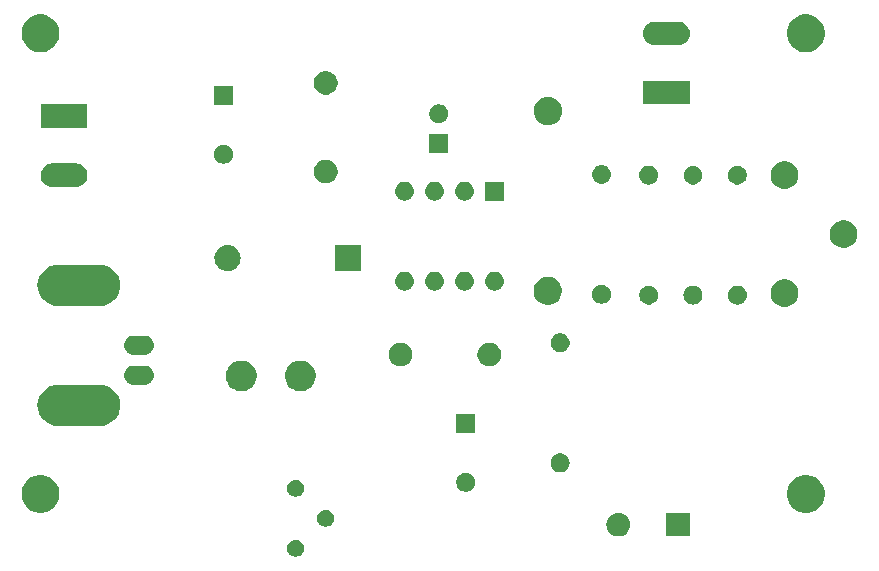
<source format=gbr>
G04 #@! TF.GenerationSoftware,KiCad,Pcbnew,5.0.2-bee76a0~70~ubuntu18.04.1*
G04 #@! TF.CreationDate,2019-07-19T14:17:51+01:00*
G04 #@! TF.ProjectId,led_driver,6c65645f-6472-4697-9665-722e6b696361,rev?*
G04 #@! TF.SameCoordinates,Original*
G04 #@! TF.FileFunction,Soldermask,Bot*
G04 #@! TF.FilePolarity,Negative*
%FSLAX46Y46*%
G04 Gerber Fmt 4.6, Leading zero omitted, Abs format (unit mm)*
G04 Created by KiCad (PCBNEW 5.0.2-bee76a0~70~ubuntu18.04.1) date Fri 19 Jul 2019 14:17:51 BST*
%MOMM*%
%LPD*%
G01*
G04 APERTURE LIST*
G04 #@! TA.AperFunction,NonConductor*
%ADD10C,0.100000*%
G04 #@! TD*
G04 APERTURE END LIST*
D10*
G36*
X112810015Y-100907668D02*
X112941049Y-100961944D01*
X113058975Y-101040740D01*
X113159260Y-101141025D01*
X113238056Y-101258951D01*
X113292332Y-101389985D01*
X113320000Y-101529085D01*
X113320000Y-101670915D01*
X113292332Y-101810015D01*
X113238056Y-101941049D01*
X113159260Y-102058975D01*
X113058975Y-102159260D01*
X112941049Y-102238056D01*
X112810015Y-102292332D01*
X112670915Y-102320000D01*
X112529085Y-102320000D01*
X112389985Y-102292332D01*
X112258951Y-102238056D01*
X112141025Y-102159260D01*
X112040740Y-102058975D01*
X111961944Y-101941049D01*
X111907668Y-101810015D01*
X111880000Y-101670915D01*
X111880000Y-101529085D01*
X111907668Y-101389985D01*
X111961944Y-101258951D01*
X112040740Y-101141025D01*
X112141025Y-101040740D01*
X112258951Y-100961944D01*
X112389985Y-100907668D01*
X112529085Y-100880000D01*
X112670915Y-100880000D01*
X112810015Y-100907668D01*
X112810015Y-100907668D01*
G37*
G36*
X146000000Y-100600000D02*
X144000000Y-100600000D01*
X144000000Y-98600000D01*
X146000000Y-98600000D01*
X146000000Y-100600000D01*
X146000000Y-100600000D01*
G37*
G36*
X140116030Y-98614469D02*
X140116033Y-98614470D01*
X140116034Y-98614470D01*
X140304535Y-98671651D01*
X140304537Y-98671652D01*
X140478260Y-98764509D01*
X140630528Y-98889472D01*
X140755491Y-99041740D01*
X140803156Y-99130915D01*
X140848349Y-99215465D01*
X140904645Y-99401048D01*
X140905531Y-99403970D01*
X140924838Y-99600000D01*
X140905531Y-99796030D01*
X140848348Y-99984537D01*
X140755491Y-100158260D01*
X140630528Y-100310528D01*
X140478260Y-100435491D01*
X140478258Y-100435492D01*
X140304535Y-100528349D01*
X140116034Y-100585530D01*
X140116033Y-100585530D01*
X140116030Y-100585531D01*
X139969124Y-100600000D01*
X139870876Y-100600000D01*
X139723970Y-100585531D01*
X139723967Y-100585530D01*
X139723966Y-100585530D01*
X139535465Y-100528349D01*
X139361742Y-100435492D01*
X139361740Y-100435491D01*
X139209472Y-100310528D01*
X139084509Y-100158260D01*
X138991652Y-99984537D01*
X138934469Y-99796030D01*
X138915162Y-99600000D01*
X138934469Y-99403970D01*
X138935355Y-99401048D01*
X138991651Y-99215465D01*
X139036844Y-99130915D01*
X139084509Y-99041740D01*
X139209472Y-98889472D01*
X139361740Y-98764509D01*
X139535463Y-98671652D01*
X139535465Y-98671651D01*
X139723966Y-98614470D01*
X139723967Y-98614470D01*
X139723970Y-98614469D01*
X139870876Y-98600000D01*
X139969124Y-98600000D01*
X140116030Y-98614469D01*
X140116030Y-98614469D01*
G37*
G36*
X115350015Y-98367668D02*
X115481049Y-98421944D01*
X115598975Y-98500740D01*
X115699260Y-98601025D01*
X115778056Y-98718951D01*
X115832332Y-98849985D01*
X115860000Y-98989085D01*
X115860000Y-99130915D01*
X115832332Y-99270015D01*
X115778056Y-99401049D01*
X115699260Y-99518975D01*
X115598975Y-99619260D01*
X115481049Y-99698056D01*
X115350015Y-99752332D01*
X115210915Y-99780000D01*
X115069085Y-99780000D01*
X114929985Y-99752332D01*
X114798951Y-99698056D01*
X114681025Y-99619260D01*
X114580740Y-99518975D01*
X114501944Y-99401049D01*
X114447668Y-99270015D01*
X114420000Y-99130915D01*
X114420000Y-98989085D01*
X114447668Y-98849985D01*
X114501944Y-98718951D01*
X114580740Y-98601025D01*
X114681025Y-98500740D01*
X114798951Y-98421944D01*
X114929985Y-98367668D01*
X115069085Y-98340000D01*
X115210915Y-98340000D01*
X115350015Y-98367668D01*
X115350015Y-98367668D01*
G37*
G36*
X91466703Y-95461486D02*
X91757883Y-95582097D01*
X92019944Y-95757201D01*
X92242799Y-95980056D01*
X92417903Y-96242117D01*
X92538514Y-96533297D01*
X92600000Y-96842412D01*
X92600000Y-97157588D01*
X92538514Y-97466703D01*
X92417903Y-97757883D01*
X92242799Y-98019944D01*
X92019944Y-98242799D01*
X91757883Y-98417903D01*
X91466703Y-98538514D01*
X91157588Y-98600000D01*
X90842412Y-98600000D01*
X90533297Y-98538514D01*
X90242117Y-98417903D01*
X89980056Y-98242799D01*
X89757201Y-98019944D01*
X89582097Y-97757883D01*
X89461486Y-97466703D01*
X89400000Y-97157588D01*
X89400000Y-96842412D01*
X89461486Y-96533297D01*
X89582097Y-96242117D01*
X89757201Y-95980056D01*
X89980056Y-95757201D01*
X90242117Y-95582097D01*
X90533297Y-95461486D01*
X90842412Y-95400000D01*
X91157588Y-95400000D01*
X91466703Y-95461486D01*
X91466703Y-95461486D01*
G37*
G36*
X156266703Y-95461486D02*
X156557883Y-95582097D01*
X156819944Y-95757201D01*
X157042799Y-95980056D01*
X157217903Y-96242117D01*
X157338514Y-96533297D01*
X157400000Y-96842412D01*
X157400000Y-97157588D01*
X157338514Y-97466703D01*
X157217903Y-97757883D01*
X157042799Y-98019944D01*
X156819944Y-98242799D01*
X156557883Y-98417903D01*
X156266703Y-98538514D01*
X155957588Y-98600000D01*
X155642412Y-98600000D01*
X155333297Y-98538514D01*
X155042117Y-98417903D01*
X154780056Y-98242799D01*
X154557201Y-98019944D01*
X154382097Y-97757883D01*
X154261486Y-97466703D01*
X154200000Y-97157588D01*
X154200000Y-96842412D01*
X154261486Y-96533297D01*
X154382097Y-96242117D01*
X154557201Y-95980056D01*
X154780056Y-95757201D01*
X155042117Y-95582097D01*
X155333297Y-95461486D01*
X155642412Y-95400000D01*
X155957588Y-95400000D01*
X156266703Y-95461486D01*
X156266703Y-95461486D01*
G37*
G36*
X112810015Y-95827668D02*
X112941049Y-95881944D01*
X113058975Y-95960740D01*
X113159260Y-96061025D01*
X113238056Y-96178951D01*
X113292332Y-96309985D01*
X113320000Y-96449085D01*
X113320000Y-96590915D01*
X113292332Y-96730015D01*
X113238056Y-96861049D01*
X113159260Y-96978975D01*
X113058975Y-97079260D01*
X112941049Y-97158056D01*
X112810015Y-97212332D01*
X112670915Y-97240000D01*
X112529085Y-97240000D01*
X112389985Y-97212332D01*
X112258951Y-97158056D01*
X112141025Y-97079260D01*
X112040740Y-96978975D01*
X111961944Y-96861049D01*
X111907668Y-96730015D01*
X111880000Y-96590915D01*
X111880000Y-96449085D01*
X111907668Y-96309985D01*
X111961944Y-96178951D01*
X112040740Y-96061025D01*
X112141025Y-95960740D01*
X112258951Y-95881944D01*
X112389985Y-95827668D01*
X112529085Y-95800000D01*
X112670915Y-95800000D01*
X112810015Y-95827668D01*
X112810015Y-95827668D01*
G37*
G36*
X127233352Y-95230743D02*
X127378941Y-95291048D01*
X127509973Y-95378601D01*
X127621399Y-95490027D01*
X127708952Y-95621059D01*
X127769257Y-95766648D01*
X127800000Y-95921205D01*
X127800000Y-96078795D01*
X127769257Y-96233352D01*
X127708952Y-96378941D01*
X127621399Y-96509973D01*
X127509973Y-96621399D01*
X127378941Y-96708952D01*
X127233352Y-96769257D01*
X127078795Y-96800000D01*
X126921205Y-96800000D01*
X126766648Y-96769257D01*
X126621059Y-96708952D01*
X126490027Y-96621399D01*
X126378601Y-96509973D01*
X126291048Y-96378941D01*
X126230743Y-96233352D01*
X126200000Y-96078795D01*
X126200000Y-95921205D01*
X126230743Y-95766648D01*
X126291048Y-95621059D01*
X126378601Y-95490027D01*
X126490027Y-95378601D01*
X126621059Y-95291048D01*
X126766648Y-95230743D01*
X126921205Y-95200000D01*
X127078795Y-95200000D01*
X127233352Y-95230743D01*
X127233352Y-95230743D01*
G37*
G36*
X135117649Y-93567717D02*
X135156827Y-93571576D01*
X135232227Y-93594448D01*
X135307629Y-93617321D01*
X135446608Y-93691608D01*
X135568422Y-93791578D01*
X135668392Y-93913392D01*
X135742679Y-94052371D01*
X135788424Y-94203174D01*
X135803870Y-94360000D01*
X135788424Y-94516826D01*
X135742679Y-94667629D01*
X135668392Y-94806608D01*
X135568422Y-94928422D01*
X135446608Y-95028392D01*
X135307629Y-95102679D01*
X135232228Y-95125551D01*
X135156827Y-95148424D01*
X135117649Y-95152283D01*
X135039295Y-95160000D01*
X134960705Y-95160000D01*
X134882351Y-95152283D01*
X134843173Y-95148424D01*
X134767772Y-95125551D01*
X134692371Y-95102679D01*
X134553392Y-95028392D01*
X134431578Y-94928422D01*
X134331608Y-94806608D01*
X134257321Y-94667629D01*
X134211576Y-94516826D01*
X134196130Y-94360000D01*
X134211576Y-94203174D01*
X134257321Y-94052371D01*
X134331608Y-93913392D01*
X134431578Y-93791578D01*
X134553392Y-93691608D01*
X134692371Y-93617321D01*
X134767773Y-93594448D01*
X134843173Y-93571576D01*
X134882351Y-93567717D01*
X134960705Y-93560000D01*
X135039295Y-93560000D01*
X135117649Y-93567717D01*
X135117649Y-93567717D01*
G37*
G36*
X127800000Y-91800000D02*
X126200000Y-91800000D01*
X126200000Y-90200000D01*
X127800000Y-90200000D01*
X127800000Y-91800000D01*
X127800000Y-91800000D01*
G37*
G36*
X96181065Y-87742640D02*
X96352460Y-87759521D01*
X96572377Y-87826232D01*
X96682337Y-87859588D01*
X96844837Y-87946447D01*
X96986352Y-88022088D01*
X96986354Y-88022089D01*
X96986353Y-88022089D01*
X97252824Y-88240776D01*
X97471511Y-88507247D01*
X97634012Y-88811263D01*
X97634012Y-88811264D01*
X97734079Y-89141140D01*
X97767867Y-89484200D01*
X97734079Y-89827260D01*
X97667368Y-90047177D01*
X97634012Y-90157137D01*
X97611101Y-90200000D01*
X97471512Y-90461152D01*
X97252824Y-90727624D01*
X96986352Y-90946312D01*
X96844837Y-91021953D01*
X96682337Y-91108812D01*
X96572377Y-91142168D01*
X96352460Y-91208879D01*
X96181065Y-91225760D01*
X96095369Y-91234200D01*
X92423431Y-91234200D01*
X92337735Y-91225760D01*
X92166340Y-91208879D01*
X91946423Y-91142168D01*
X91836463Y-91108812D01*
X91673963Y-91021953D01*
X91532448Y-90946312D01*
X91265976Y-90727624D01*
X91047288Y-90461152D01*
X90907699Y-90200000D01*
X90884788Y-90157137D01*
X90851432Y-90047177D01*
X90784721Y-89827260D01*
X90750933Y-89484200D01*
X90784721Y-89141140D01*
X90884788Y-88811264D01*
X90884788Y-88811263D01*
X91047289Y-88507247D01*
X91265976Y-88240776D01*
X91532447Y-88022089D01*
X91532446Y-88022089D01*
X91532448Y-88022088D01*
X91673963Y-87946447D01*
X91836463Y-87859588D01*
X91946423Y-87826232D01*
X92166340Y-87759521D01*
X92337735Y-87742640D01*
X92423431Y-87734200D01*
X96095369Y-87734200D01*
X96181065Y-87742640D01*
X96181065Y-87742640D01*
G37*
G36*
X113379196Y-85749958D02*
X113615780Y-85847954D01*
X113828705Y-85990226D01*
X114009774Y-86171295D01*
X114152046Y-86384220D01*
X114250042Y-86620804D01*
X114300000Y-86871960D01*
X114300000Y-87128040D01*
X114250042Y-87379196D01*
X114152046Y-87615780D01*
X114009774Y-87828705D01*
X113828705Y-88009774D01*
X113615780Y-88152046D01*
X113379196Y-88250042D01*
X113128040Y-88300000D01*
X112871960Y-88300000D01*
X112620804Y-88250042D01*
X112384220Y-88152046D01*
X112171295Y-88009774D01*
X111990226Y-87828705D01*
X111847954Y-87615780D01*
X111749958Y-87379196D01*
X111700000Y-87128040D01*
X111700000Y-86871960D01*
X111749958Y-86620804D01*
X111847954Y-86384220D01*
X111990226Y-86171295D01*
X112171295Y-85990226D01*
X112384220Y-85847954D01*
X112620804Y-85749958D01*
X112871960Y-85700000D01*
X113128040Y-85700000D01*
X113379196Y-85749958D01*
X113379196Y-85749958D01*
G37*
G36*
X108379196Y-85749958D02*
X108615780Y-85847954D01*
X108828705Y-85990226D01*
X109009774Y-86171295D01*
X109152046Y-86384220D01*
X109250042Y-86620804D01*
X109300000Y-86871960D01*
X109300000Y-87128040D01*
X109250042Y-87379196D01*
X109152046Y-87615780D01*
X109009774Y-87828705D01*
X108828705Y-88009774D01*
X108615780Y-88152046D01*
X108379196Y-88250042D01*
X108128040Y-88300000D01*
X107871960Y-88300000D01*
X107620804Y-88250042D01*
X107384220Y-88152046D01*
X107171295Y-88009774D01*
X106990226Y-87828705D01*
X106847954Y-87615780D01*
X106749958Y-87379196D01*
X106700000Y-87128040D01*
X106700000Y-86871960D01*
X106749958Y-86620804D01*
X106847954Y-86384220D01*
X106990226Y-86171295D01*
X107171295Y-85990226D01*
X107384220Y-85847954D01*
X107620804Y-85749958D01*
X107871960Y-85700000D01*
X108128040Y-85700000D01*
X108379196Y-85749958D01*
X108379196Y-85749958D01*
G37*
G36*
X99907049Y-86151917D02*
X99946227Y-86155776D01*
X99997386Y-86171295D01*
X100097029Y-86201521D01*
X100236008Y-86275808D01*
X100357822Y-86375778D01*
X100457792Y-86497592D01*
X100532079Y-86636571D01*
X100532079Y-86636572D01*
X100577824Y-86787373D01*
X100593270Y-86944200D01*
X100577824Y-87101027D01*
X100554951Y-87176428D01*
X100532079Y-87251829D01*
X100457792Y-87390808D01*
X100357822Y-87512622D01*
X100236008Y-87612592D01*
X100097029Y-87686879D01*
X100021628Y-87709751D01*
X99946227Y-87732624D01*
X99930225Y-87734200D01*
X99828695Y-87744200D01*
X98850105Y-87744200D01*
X98748575Y-87734200D01*
X98732573Y-87732624D01*
X98657172Y-87709751D01*
X98581771Y-87686879D01*
X98442792Y-87612592D01*
X98320978Y-87512622D01*
X98221008Y-87390808D01*
X98146721Y-87251829D01*
X98123849Y-87176428D01*
X98100976Y-87101027D01*
X98085530Y-86944200D01*
X98100976Y-86787373D01*
X98146721Y-86636572D01*
X98146721Y-86636571D01*
X98221008Y-86497592D01*
X98320978Y-86375778D01*
X98442792Y-86275808D01*
X98581771Y-86201521D01*
X98681414Y-86171295D01*
X98732573Y-86155776D01*
X98771751Y-86151917D01*
X98850105Y-86144200D01*
X99828695Y-86144200D01*
X99907049Y-86151917D01*
X99907049Y-86151917D01*
G37*
G36*
X121675770Y-84215372D02*
X121791689Y-84238429D01*
X121973678Y-84313811D01*
X122137463Y-84423249D01*
X122276751Y-84562537D01*
X122386189Y-84726322D01*
X122461571Y-84908311D01*
X122474363Y-84972622D01*
X122494249Y-85072593D01*
X122500000Y-85101509D01*
X122500000Y-85298491D01*
X122461571Y-85491689D01*
X122386189Y-85673678D01*
X122276751Y-85837463D01*
X122137463Y-85976751D01*
X121973678Y-86086189D01*
X121791689Y-86161571D01*
X121675770Y-86184628D01*
X121598493Y-86200000D01*
X121401507Y-86200000D01*
X121324230Y-86184628D01*
X121208311Y-86161571D01*
X121026322Y-86086189D01*
X120862537Y-85976751D01*
X120723249Y-85837463D01*
X120613811Y-85673678D01*
X120538429Y-85491689D01*
X120500000Y-85298491D01*
X120500000Y-85101509D01*
X120505752Y-85072593D01*
X120525637Y-84972622D01*
X120538429Y-84908311D01*
X120613811Y-84726322D01*
X120723249Y-84562537D01*
X120862537Y-84423249D01*
X121026322Y-84313811D01*
X121208311Y-84238429D01*
X121324230Y-84215372D01*
X121401507Y-84200000D01*
X121598493Y-84200000D01*
X121675770Y-84215372D01*
X121675770Y-84215372D01*
G37*
G36*
X129175770Y-84215372D02*
X129291689Y-84238429D01*
X129473678Y-84313811D01*
X129637463Y-84423249D01*
X129776751Y-84562537D01*
X129886189Y-84726322D01*
X129961571Y-84908311D01*
X129974363Y-84972622D01*
X129994249Y-85072593D01*
X130000000Y-85101509D01*
X130000000Y-85298491D01*
X129961571Y-85491689D01*
X129886189Y-85673678D01*
X129776751Y-85837463D01*
X129637463Y-85976751D01*
X129473678Y-86086189D01*
X129291689Y-86161571D01*
X129175770Y-86184628D01*
X129098493Y-86200000D01*
X128901507Y-86200000D01*
X128824230Y-86184628D01*
X128708311Y-86161571D01*
X128526322Y-86086189D01*
X128362537Y-85976751D01*
X128223249Y-85837463D01*
X128113811Y-85673678D01*
X128038429Y-85491689D01*
X128000000Y-85298491D01*
X128000000Y-85101509D01*
X128005752Y-85072593D01*
X128025637Y-84972622D01*
X128038429Y-84908311D01*
X128113811Y-84726322D01*
X128223249Y-84562537D01*
X128362537Y-84423249D01*
X128526322Y-84313811D01*
X128708311Y-84238429D01*
X128824230Y-84215372D01*
X128901507Y-84200000D01*
X129098493Y-84200000D01*
X129175770Y-84215372D01*
X129175770Y-84215372D01*
G37*
G36*
X99907049Y-83611917D02*
X99946227Y-83615776D01*
X100021628Y-83638649D01*
X100097029Y-83661521D01*
X100236008Y-83735808D01*
X100357822Y-83835778D01*
X100457792Y-83957592D01*
X100532079Y-84096571D01*
X100539552Y-84121207D01*
X100577824Y-84247373D01*
X100593270Y-84404200D01*
X100577824Y-84561027D01*
X100554951Y-84636428D01*
X100532079Y-84711829D01*
X100457792Y-84850808D01*
X100357822Y-84972622D01*
X100236008Y-85072592D01*
X100097029Y-85146879D01*
X100021628Y-85169751D01*
X99946227Y-85192624D01*
X99907049Y-85196483D01*
X99828695Y-85204200D01*
X98850105Y-85204200D01*
X98771751Y-85196483D01*
X98732573Y-85192624D01*
X98657172Y-85169751D01*
X98581771Y-85146879D01*
X98442792Y-85072592D01*
X98320978Y-84972622D01*
X98221008Y-84850808D01*
X98146721Y-84711829D01*
X98123849Y-84636428D01*
X98100976Y-84561027D01*
X98085530Y-84404200D01*
X98100976Y-84247373D01*
X98139248Y-84121207D01*
X98146721Y-84096571D01*
X98221008Y-83957592D01*
X98320978Y-83835778D01*
X98442792Y-83735808D01*
X98581771Y-83661521D01*
X98657172Y-83638649D01*
X98732573Y-83615776D01*
X98771751Y-83611917D01*
X98850105Y-83604200D01*
X99828695Y-83604200D01*
X99907049Y-83611917D01*
X99907049Y-83611917D01*
G37*
G36*
X135233352Y-83430743D02*
X135378941Y-83491048D01*
X135509973Y-83578601D01*
X135621399Y-83690027D01*
X135708952Y-83821059D01*
X135769257Y-83966648D01*
X135800000Y-84121205D01*
X135800000Y-84278795D01*
X135769257Y-84433352D01*
X135708952Y-84578941D01*
X135621399Y-84709973D01*
X135509973Y-84821399D01*
X135378941Y-84908952D01*
X135233352Y-84969257D01*
X135078795Y-85000000D01*
X134921205Y-85000000D01*
X134766648Y-84969257D01*
X134621059Y-84908952D01*
X134490027Y-84821399D01*
X134378601Y-84709973D01*
X134291048Y-84578941D01*
X134230743Y-84433352D01*
X134200000Y-84278795D01*
X134200000Y-84121205D01*
X134230743Y-83966648D01*
X134291048Y-83821059D01*
X134378601Y-83690027D01*
X134490027Y-83578601D01*
X134621059Y-83491048D01*
X134766648Y-83430743D01*
X134921205Y-83400000D01*
X135078795Y-83400000D01*
X135233352Y-83430743D01*
X135233352Y-83430743D01*
G37*
G36*
X154341274Y-78874962D02*
X154554204Y-78963160D01*
X154745833Y-79091203D01*
X154908797Y-79254167D01*
X155036840Y-79445796D01*
X155125038Y-79658726D01*
X155170000Y-79884764D01*
X155170000Y-80115236D01*
X155125038Y-80341274D01*
X155036840Y-80554204D01*
X154908797Y-80745833D01*
X154745833Y-80908797D01*
X154554204Y-81036840D01*
X154341274Y-81125038D01*
X154115236Y-81170000D01*
X153884764Y-81170000D01*
X153658726Y-81125038D01*
X153445796Y-81036840D01*
X153254167Y-80908797D01*
X153091203Y-80745833D01*
X152963160Y-80554204D01*
X152874962Y-80341274D01*
X152830000Y-80115236D01*
X152830000Y-79884764D01*
X152874962Y-79658726D01*
X152963160Y-79445796D01*
X153091203Y-79254167D01*
X153254167Y-79091203D01*
X153445796Y-78963160D01*
X153658726Y-78874962D01*
X153884764Y-78830000D01*
X154115236Y-78830000D01*
X154341274Y-78874962D01*
X154341274Y-78874962D01*
G37*
G36*
X96181065Y-77582640D02*
X96352460Y-77599521D01*
X96572377Y-77666232D01*
X96682337Y-77699588D01*
X96835734Y-77781581D01*
X96986352Y-77862088D01*
X97252824Y-78080776D01*
X97471512Y-78347248D01*
X97547153Y-78488763D01*
X97634012Y-78651263D01*
X97640658Y-78673172D01*
X97734079Y-78981140D01*
X97767867Y-79324200D01*
X97734079Y-79667260D01*
X97674080Y-79865049D01*
X97634012Y-79997137D01*
X97622001Y-80019607D01*
X97471512Y-80301152D01*
X97252824Y-80567624D01*
X96986352Y-80786312D01*
X96907626Y-80828392D01*
X96682337Y-80948812D01*
X96572377Y-80982168D01*
X96352460Y-81048879D01*
X96181065Y-81065760D01*
X96095369Y-81074200D01*
X92423431Y-81074200D01*
X92337735Y-81065760D01*
X92166340Y-81048879D01*
X91946423Y-80982168D01*
X91836463Y-80948812D01*
X91611174Y-80828392D01*
X91532448Y-80786312D01*
X91265976Y-80567624D01*
X91047288Y-80301152D01*
X90896799Y-80019607D01*
X90884788Y-79997137D01*
X90844720Y-79865049D01*
X90784721Y-79667260D01*
X90750933Y-79324200D01*
X90784721Y-78981140D01*
X90878142Y-78673172D01*
X90884788Y-78651263D01*
X90971647Y-78488763D01*
X91047288Y-78347248D01*
X91265976Y-78080776D01*
X91532448Y-77862088D01*
X91683066Y-77781581D01*
X91836463Y-77699588D01*
X91946423Y-77666232D01*
X92166340Y-77599521D01*
X92337735Y-77582640D01*
X92423431Y-77574200D01*
X96095369Y-77574200D01*
X96181065Y-77582640D01*
X96181065Y-77582640D01*
G37*
G36*
X134309626Y-78646115D02*
X134528012Y-78736573D01*
X134724558Y-78867901D01*
X134891699Y-79035042D01*
X135023027Y-79231588D01*
X135113485Y-79449974D01*
X135159600Y-79681809D01*
X135159600Y-79918191D01*
X135113485Y-80150026D01*
X135023027Y-80368412D01*
X134891699Y-80564958D01*
X134724558Y-80732099D01*
X134528012Y-80863427D01*
X134309626Y-80953885D01*
X134077791Y-81000000D01*
X133841409Y-81000000D01*
X133609574Y-80953885D01*
X133391188Y-80863427D01*
X133194642Y-80732099D01*
X133027501Y-80564958D01*
X132896173Y-80368412D01*
X132805715Y-80150026D01*
X132759600Y-79918191D01*
X132759600Y-79681809D01*
X132805715Y-79449974D01*
X132896173Y-79231588D01*
X133027501Y-79035042D01*
X133194642Y-78867901D01*
X133391188Y-78736573D01*
X133609574Y-78646115D01*
X133841409Y-78600000D01*
X134077791Y-78600000D01*
X134309626Y-78646115D01*
X134309626Y-78646115D01*
G37*
G36*
X142733352Y-79390743D02*
X142878941Y-79451048D01*
X143009973Y-79538601D01*
X143121399Y-79650027D01*
X143208952Y-79781059D01*
X143269257Y-79926648D01*
X143300000Y-80081205D01*
X143300000Y-80238795D01*
X143269257Y-80393352D01*
X143208952Y-80538941D01*
X143121399Y-80669973D01*
X143009973Y-80781399D01*
X142878941Y-80868952D01*
X142733352Y-80929257D01*
X142578795Y-80960000D01*
X142421205Y-80960000D01*
X142266648Y-80929257D01*
X142121059Y-80868952D01*
X141990027Y-80781399D01*
X141878601Y-80669973D01*
X141791048Y-80538941D01*
X141730743Y-80393352D01*
X141700000Y-80238795D01*
X141700000Y-80081205D01*
X141730743Y-79926648D01*
X141791048Y-79781059D01*
X141878601Y-79650027D01*
X141990027Y-79538601D01*
X142121059Y-79451048D01*
X142266648Y-79390743D01*
X142421205Y-79360000D01*
X142578795Y-79360000D01*
X142733352Y-79390743D01*
X142733352Y-79390743D01*
G37*
G36*
X150117649Y-79367717D02*
X150156827Y-79371576D01*
X150215743Y-79389448D01*
X150307629Y-79417321D01*
X150446608Y-79491608D01*
X150568422Y-79591578D01*
X150668392Y-79713392D01*
X150742679Y-79852371D01*
X150742679Y-79852372D01*
X150788424Y-80003173D01*
X150803870Y-80160000D01*
X150788424Y-80316827D01*
X150765551Y-80392228D01*
X150742679Y-80467629D01*
X150668392Y-80606608D01*
X150568422Y-80728422D01*
X150446608Y-80828392D01*
X150307629Y-80902679D01*
X150232227Y-80925552D01*
X150156827Y-80948424D01*
X150117649Y-80952283D01*
X150039295Y-80960000D01*
X149960705Y-80960000D01*
X149882351Y-80952283D01*
X149843173Y-80948424D01*
X149767773Y-80925552D01*
X149692371Y-80902679D01*
X149553392Y-80828392D01*
X149431578Y-80728422D01*
X149331608Y-80606608D01*
X149257321Y-80467629D01*
X149234448Y-80392227D01*
X149211576Y-80316827D01*
X149196130Y-80160000D01*
X149211576Y-80003173D01*
X149257321Y-79852372D01*
X149257321Y-79852371D01*
X149331608Y-79713392D01*
X149431578Y-79591578D01*
X149553392Y-79491608D01*
X149692371Y-79417321D01*
X149784257Y-79389448D01*
X149843173Y-79371576D01*
X149882351Y-79367717D01*
X149960705Y-79360000D01*
X150039295Y-79360000D01*
X150117649Y-79367717D01*
X150117649Y-79367717D01*
G37*
G36*
X146367649Y-79367717D02*
X146406827Y-79371576D01*
X146465743Y-79389448D01*
X146557629Y-79417321D01*
X146696608Y-79491608D01*
X146818422Y-79591578D01*
X146918392Y-79713392D01*
X146992679Y-79852371D01*
X146992679Y-79852372D01*
X147038424Y-80003173D01*
X147053870Y-80160000D01*
X147038424Y-80316827D01*
X147015551Y-80392228D01*
X146992679Y-80467629D01*
X146918392Y-80606608D01*
X146818422Y-80728422D01*
X146696608Y-80828392D01*
X146557629Y-80902679D01*
X146482227Y-80925552D01*
X146406827Y-80948424D01*
X146367649Y-80952283D01*
X146289295Y-80960000D01*
X146210705Y-80960000D01*
X146132351Y-80952283D01*
X146093173Y-80948424D01*
X146017773Y-80925552D01*
X145942371Y-80902679D01*
X145803392Y-80828392D01*
X145681578Y-80728422D01*
X145581608Y-80606608D01*
X145507321Y-80467629D01*
X145484448Y-80392227D01*
X145461576Y-80316827D01*
X145446130Y-80160000D01*
X145461576Y-80003173D01*
X145507321Y-79852372D01*
X145507321Y-79852371D01*
X145581608Y-79713392D01*
X145681578Y-79591578D01*
X145803392Y-79491608D01*
X145942371Y-79417321D01*
X146034257Y-79389448D01*
X146093173Y-79371576D01*
X146132351Y-79367717D01*
X146210705Y-79360000D01*
X146289295Y-79360000D01*
X146367649Y-79367717D01*
X146367649Y-79367717D01*
G37*
G36*
X138733352Y-79329143D02*
X138878941Y-79389448D01*
X139009973Y-79477001D01*
X139121399Y-79588427D01*
X139208952Y-79719459D01*
X139269257Y-79865048D01*
X139300000Y-80019605D01*
X139300000Y-80177195D01*
X139269257Y-80331752D01*
X139208952Y-80477341D01*
X139121399Y-80608373D01*
X139009973Y-80719799D01*
X138878941Y-80807352D01*
X138733352Y-80867657D01*
X138578795Y-80898400D01*
X138421205Y-80898400D01*
X138266648Y-80867657D01*
X138121059Y-80807352D01*
X137990027Y-80719799D01*
X137878601Y-80608373D01*
X137791048Y-80477341D01*
X137730743Y-80331752D01*
X137700000Y-80177195D01*
X137700000Y-80019605D01*
X137730743Y-79865048D01*
X137791048Y-79719459D01*
X137878601Y-79588427D01*
X137990027Y-79477001D01*
X138121059Y-79389448D01*
X138266648Y-79329143D01*
X138421205Y-79298400D01*
X138578795Y-79298400D01*
X138733352Y-79329143D01*
X138733352Y-79329143D01*
G37*
G36*
X127016049Y-78188517D02*
X127055227Y-78192376D01*
X127130627Y-78215248D01*
X127206029Y-78238121D01*
X127345008Y-78312408D01*
X127466822Y-78412378D01*
X127566792Y-78534192D01*
X127641079Y-78673171D01*
X127686824Y-78823974D01*
X127702270Y-78980800D01*
X127686824Y-79137626D01*
X127641079Y-79288429D01*
X127566792Y-79427408D01*
X127466822Y-79549222D01*
X127345008Y-79649192D01*
X127206029Y-79723479D01*
X127130627Y-79746352D01*
X127055227Y-79769224D01*
X127016049Y-79773083D01*
X126937695Y-79780800D01*
X126859105Y-79780800D01*
X126780751Y-79773083D01*
X126741573Y-79769224D01*
X126666173Y-79746352D01*
X126590771Y-79723479D01*
X126451792Y-79649192D01*
X126329978Y-79549222D01*
X126230008Y-79427408D01*
X126155721Y-79288429D01*
X126109976Y-79137626D01*
X126094530Y-78980800D01*
X126109976Y-78823974D01*
X126155721Y-78673171D01*
X126230008Y-78534192D01*
X126329978Y-78412378D01*
X126451792Y-78312408D01*
X126590771Y-78238121D01*
X126666173Y-78215248D01*
X126741573Y-78192376D01*
X126780751Y-78188517D01*
X126859105Y-78180800D01*
X126937695Y-78180800D01*
X127016049Y-78188517D01*
X127016049Y-78188517D01*
G37*
G36*
X129556049Y-78188517D02*
X129595227Y-78192376D01*
X129670627Y-78215248D01*
X129746029Y-78238121D01*
X129885008Y-78312408D01*
X130006822Y-78412378D01*
X130106792Y-78534192D01*
X130181079Y-78673171D01*
X130226824Y-78823974D01*
X130242270Y-78980800D01*
X130226824Y-79137626D01*
X130181079Y-79288429D01*
X130106792Y-79427408D01*
X130006822Y-79549222D01*
X129885008Y-79649192D01*
X129746029Y-79723479D01*
X129670627Y-79746352D01*
X129595227Y-79769224D01*
X129556049Y-79773083D01*
X129477695Y-79780800D01*
X129399105Y-79780800D01*
X129320751Y-79773083D01*
X129281573Y-79769224D01*
X129206173Y-79746352D01*
X129130771Y-79723479D01*
X128991792Y-79649192D01*
X128869978Y-79549222D01*
X128770008Y-79427408D01*
X128695721Y-79288429D01*
X128649976Y-79137626D01*
X128634530Y-78980800D01*
X128649976Y-78823974D01*
X128695721Y-78673171D01*
X128770008Y-78534192D01*
X128869978Y-78412378D01*
X128991792Y-78312408D01*
X129130771Y-78238121D01*
X129206173Y-78215248D01*
X129281573Y-78192376D01*
X129320751Y-78188517D01*
X129399105Y-78180800D01*
X129477695Y-78180800D01*
X129556049Y-78188517D01*
X129556049Y-78188517D01*
G37*
G36*
X124476049Y-78188517D02*
X124515227Y-78192376D01*
X124590627Y-78215248D01*
X124666029Y-78238121D01*
X124805008Y-78312408D01*
X124926822Y-78412378D01*
X125026792Y-78534192D01*
X125101079Y-78673171D01*
X125146824Y-78823974D01*
X125162270Y-78980800D01*
X125146824Y-79137626D01*
X125101079Y-79288429D01*
X125026792Y-79427408D01*
X124926822Y-79549222D01*
X124805008Y-79649192D01*
X124666029Y-79723479D01*
X124590627Y-79746352D01*
X124515227Y-79769224D01*
X124476049Y-79773083D01*
X124397695Y-79780800D01*
X124319105Y-79780800D01*
X124240751Y-79773083D01*
X124201573Y-79769224D01*
X124126173Y-79746352D01*
X124050771Y-79723479D01*
X123911792Y-79649192D01*
X123789978Y-79549222D01*
X123690008Y-79427408D01*
X123615721Y-79288429D01*
X123569976Y-79137626D01*
X123554530Y-78980800D01*
X123569976Y-78823974D01*
X123615721Y-78673171D01*
X123690008Y-78534192D01*
X123789978Y-78412378D01*
X123911792Y-78312408D01*
X124050771Y-78238121D01*
X124126173Y-78215248D01*
X124201573Y-78192376D01*
X124240751Y-78188517D01*
X124319105Y-78180800D01*
X124397695Y-78180800D01*
X124476049Y-78188517D01*
X124476049Y-78188517D01*
G37*
G36*
X121936049Y-78188517D02*
X121975227Y-78192376D01*
X122050627Y-78215248D01*
X122126029Y-78238121D01*
X122265008Y-78312408D01*
X122386822Y-78412378D01*
X122486792Y-78534192D01*
X122561079Y-78673171D01*
X122606824Y-78823974D01*
X122622270Y-78980800D01*
X122606824Y-79137626D01*
X122561079Y-79288429D01*
X122486792Y-79427408D01*
X122386822Y-79549222D01*
X122265008Y-79649192D01*
X122126029Y-79723479D01*
X122050627Y-79746352D01*
X121975227Y-79769224D01*
X121936049Y-79773083D01*
X121857695Y-79780800D01*
X121779105Y-79780800D01*
X121700751Y-79773083D01*
X121661573Y-79769224D01*
X121586173Y-79746352D01*
X121510771Y-79723479D01*
X121371792Y-79649192D01*
X121249978Y-79549222D01*
X121150008Y-79427408D01*
X121075721Y-79288429D01*
X121029976Y-79137626D01*
X121014530Y-78980800D01*
X121029976Y-78823974D01*
X121075721Y-78673171D01*
X121150008Y-78534192D01*
X121249978Y-78412378D01*
X121371792Y-78312408D01*
X121510771Y-78238121D01*
X121586173Y-78215248D01*
X121661573Y-78192376D01*
X121700751Y-78188517D01*
X121779105Y-78180800D01*
X121857695Y-78180800D01*
X121936049Y-78188517D01*
X121936049Y-78188517D01*
G37*
G36*
X118100000Y-78100000D02*
X115900000Y-78100000D01*
X115900000Y-75900000D01*
X118100000Y-75900000D01*
X118100000Y-78100000D01*
X118100000Y-78100000D01*
G37*
G36*
X107055639Y-75915916D02*
X107262986Y-75978815D01*
X107262988Y-75978816D01*
X107454084Y-76080958D01*
X107621581Y-76218419D01*
X107759042Y-76385916D01*
X107861184Y-76577012D01*
X107924084Y-76784362D01*
X107945322Y-77000000D01*
X107924084Y-77215638D01*
X107861184Y-77422988D01*
X107759042Y-77614084D01*
X107621581Y-77781581D01*
X107454084Y-77919042D01*
X107262988Y-78021184D01*
X107262986Y-78021185D01*
X107055639Y-78084084D01*
X106894038Y-78100000D01*
X106785962Y-78100000D01*
X106624361Y-78084084D01*
X106417014Y-78021185D01*
X106417012Y-78021184D01*
X106225916Y-77919042D01*
X106058419Y-77781581D01*
X105920958Y-77614084D01*
X105818816Y-77422988D01*
X105755916Y-77215638D01*
X105734678Y-77000000D01*
X105755916Y-76784362D01*
X105818816Y-76577012D01*
X105920958Y-76385916D01*
X106058419Y-76218419D01*
X106225916Y-76080958D01*
X106417012Y-75978816D01*
X106417014Y-75978815D01*
X106624361Y-75915916D01*
X106785962Y-75900000D01*
X106894038Y-75900000D01*
X107055639Y-75915916D01*
X107055639Y-75915916D01*
G37*
G36*
X159341274Y-73874962D02*
X159554204Y-73963160D01*
X159745833Y-74091203D01*
X159908797Y-74254167D01*
X160036840Y-74445796D01*
X160125038Y-74658726D01*
X160170000Y-74884764D01*
X160170000Y-75115236D01*
X160125038Y-75341274D01*
X160036840Y-75554204D01*
X159908797Y-75745833D01*
X159745833Y-75908797D01*
X159554204Y-76036840D01*
X159341274Y-76125038D01*
X159115236Y-76170000D01*
X158884764Y-76170000D01*
X158658726Y-76125038D01*
X158445796Y-76036840D01*
X158254167Y-75908797D01*
X158091203Y-75745833D01*
X157963160Y-75554204D01*
X157874962Y-75341274D01*
X157830000Y-75115236D01*
X157830000Y-74884764D01*
X157874962Y-74658726D01*
X157963160Y-74445796D01*
X158091203Y-74254167D01*
X158254167Y-74091203D01*
X158445796Y-73963160D01*
X158658726Y-73874962D01*
X158884764Y-73830000D01*
X159115236Y-73830000D01*
X159341274Y-73874962D01*
X159341274Y-73874962D01*
G37*
G36*
X130238400Y-72160800D02*
X128638400Y-72160800D01*
X128638400Y-70560800D01*
X130238400Y-70560800D01*
X130238400Y-72160800D01*
X130238400Y-72160800D01*
G37*
G36*
X127015081Y-70568422D02*
X127055227Y-70572376D01*
X127100762Y-70586189D01*
X127206029Y-70618121D01*
X127345008Y-70692408D01*
X127466822Y-70792378D01*
X127566792Y-70914192D01*
X127641079Y-71053171D01*
X127686824Y-71203974D01*
X127702270Y-71360800D01*
X127686824Y-71517626D01*
X127641079Y-71668429D01*
X127566792Y-71807408D01*
X127466822Y-71929222D01*
X127345008Y-72029192D01*
X127206029Y-72103479D01*
X127130628Y-72126351D01*
X127055227Y-72149224D01*
X127016049Y-72153083D01*
X126937695Y-72160800D01*
X126859105Y-72160800D01*
X126780751Y-72153083D01*
X126741573Y-72149224D01*
X126666172Y-72126351D01*
X126590771Y-72103479D01*
X126451792Y-72029192D01*
X126329978Y-71929222D01*
X126230008Y-71807408D01*
X126155721Y-71668429D01*
X126109976Y-71517626D01*
X126094530Y-71360800D01*
X126109976Y-71203974D01*
X126155721Y-71053171D01*
X126230008Y-70914192D01*
X126329978Y-70792378D01*
X126451792Y-70692408D01*
X126590771Y-70618121D01*
X126696038Y-70586189D01*
X126741573Y-70572376D01*
X126781719Y-70568422D01*
X126859105Y-70560800D01*
X126937695Y-70560800D01*
X127015081Y-70568422D01*
X127015081Y-70568422D01*
G37*
G36*
X124475081Y-70568422D02*
X124515227Y-70572376D01*
X124560762Y-70586189D01*
X124666029Y-70618121D01*
X124805008Y-70692408D01*
X124926822Y-70792378D01*
X125026792Y-70914192D01*
X125101079Y-71053171D01*
X125146824Y-71203974D01*
X125162270Y-71360800D01*
X125146824Y-71517626D01*
X125101079Y-71668429D01*
X125026792Y-71807408D01*
X124926822Y-71929222D01*
X124805008Y-72029192D01*
X124666029Y-72103479D01*
X124590628Y-72126351D01*
X124515227Y-72149224D01*
X124476049Y-72153083D01*
X124397695Y-72160800D01*
X124319105Y-72160800D01*
X124240751Y-72153083D01*
X124201573Y-72149224D01*
X124126172Y-72126351D01*
X124050771Y-72103479D01*
X123911792Y-72029192D01*
X123789978Y-71929222D01*
X123690008Y-71807408D01*
X123615721Y-71668429D01*
X123569976Y-71517626D01*
X123554530Y-71360800D01*
X123569976Y-71203974D01*
X123615721Y-71053171D01*
X123690008Y-70914192D01*
X123789978Y-70792378D01*
X123911792Y-70692408D01*
X124050771Y-70618121D01*
X124156038Y-70586189D01*
X124201573Y-70572376D01*
X124241719Y-70568422D01*
X124319105Y-70560800D01*
X124397695Y-70560800D01*
X124475081Y-70568422D01*
X124475081Y-70568422D01*
G37*
G36*
X121935081Y-70568422D02*
X121975227Y-70572376D01*
X122020762Y-70586189D01*
X122126029Y-70618121D01*
X122265008Y-70692408D01*
X122386822Y-70792378D01*
X122486792Y-70914192D01*
X122561079Y-71053171D01*
X122606824Y-71203974D01*
X122622270Y-71360800D01*
X122606824Y-71517626D01*
X122561079Y-71668429D01*
X122486792Y-71807408D01*
X122386822Y-71929222D01*
X122265008Y-72029192D01*
X122126029Y-72103479D01*
X122050628Y-72126351D01*
X121975227Y-72149224D01*
X121936049Y-72153083D01*
X121857695Y-72160800D01*
X121779105Y-72160800D01*
X121700751Y-72153083D01*
X121661573Y-72149224D01*
X121586172Y-72126351D01*
X121510771Y-72103479D01*
X121371792Y-72029192D01*
X121249978Y-71929222D01*
X121150008Y-71807408D01*
X121075721Y-71668429D01*
X121029976Y-71517626D01*
X121014530Y-71360800D01*
X121029976Y-71203974D01*
X121075721Y-71053171D01*
X121150008Y-70914192D01*
X121249978Y-70792378D01*
X121371792Y-70692408D01*
X121510771Y-70618121D01*
X121616038Y-70586189D01*
X121661573Y-70572376D01*
X121701719Y-70568422D01*
X121779105Y-70560800D01*
X121857695Y-70560800D01*
X121935081Y-70568422D01*
X121935081Y-70568422D01*
G37*
G36*
X154341274Y-68874962D02*
X154554204Y-68963160D01*
X154745833Y-69091203D01*
X154908797Y-69254167D01*
X155036840Y-69445796D01*
X155125038Y-69658726D01*
X155170000Y-69884764D01*
X155170000Y-70115236D01*
X155125038Y-70341274D01*
X155036840Y-70554204D01*
X154908797Y-70745833D01*
X154745833Y-70908797D01*
X154554204Y-71036840D01*
X154341274Y-71125038D01*
X154115236Y-71170000D01*
X153884764Y-71170000D01*
X153658726Y-71125038D01*
X153445796Y-71036840D01*
X153254167Y-70908797D01*
X153091203Y-70745833D01*
X152963160Y-70554204D01*
X152874962Y-70341274D01*
X152830000Y-70115236D01*
X152830000Y-69884764D01*
X152874962Y-69658726D01*
X152963160Y-69445796D01*
X153091203Y-69254167D01*
X153254167Y-69091203D01*
X153445796Y-68963160D01*
X153658726Y-68874962D01*
X153884764Y-68830000D01*
X154115236Y-68830000D01*
X154341274Y-68874962D01*
X154341274Y-68874962D01*
G37*
G36*
X94184070Y-69024324D02*
X94184073Y-69024325D01*
X94184074Y-69024325D01*
X94370690Y-69080934D01*
X94542676Y-69172862D01*
X94693423Y-69296577D01*
X94817138Y-69447324D01*
X94909066Y-69619310D01*
X94963420Y-69798493D01*
X94965676Y-69805930D01*
X94984790Y-70000000D01*
X94965676Y-70194070D01*
X94965675Y-70194073D01*
X94965675Y-70194074D01*
X94909066Y-70380690D01*
X94817138Y-70552676D01*
X94693423Y-70703423D01*
X94542676Y-70827138D01*
X94370690Y-70919066D01*
X94184074Y-70975675D01*
X94184073Y-70975675D01*
X94184070Y-70975676D01*
X94038636Y-70990000D01*
X91961364Y-70990000D01*
X91815930Y-70975676D01*
X91815927Y-70975675D01*
X91815926Y-70975675D01*
X91629310Y-70919066D01*
X91457324Y-70827138D01*
X91306577Y-70703423D01*
X91182862Y-70552676D01*
X91090934Y-70380690D01*
X91034325Y-70194074D01*
X91034325Y-70194073D01*
X91034324Y-70194070D01*
X91015210Y-70000000D01*
X91034324Y-69805930D01*
X91036580Y-69798493D01*
X91090934Y-69619310D01*
X91182862Y-69447324D01*
X91306577Y-69296577D01*
X91457324Y-69172862D01*
X91629310Y-69080934D01*
X91815926Y-69024325D01*
X91815927Y-69024325D01*
X91815930Y-69024324D01*
X91961364Y-69010000D01*
X94038636Y-69010000D01*
X94184070Y-69024324D01*
X94184070Y-69024324D01*
G37*
G36*
X150233352Y-69230743D02*
X150378941Y-69291048D01*
X150509973Y-69378601D01*
X150621399Y-69490027D01*
X150708952Y-69621059D01*
X150769257Y-69766648D01*
X150800000Y-69921205D01*
X150800000Y-70078795D01*
X150769257Y-70233352D01*
X150708952Y-70378941D01*
X150621399Y-70509973D01*
X150509973Y-70621399D01*
X150378941Y-70708952D01*
X150233352Y-70769257D01*
X150078795Y-70800000D01*
X149921205Y-70800000D01*
X149766648Y-70769257D01*
X149621059Y-70708952D01*
X149490027Y-70621399D01*
X149378601Y-70509973D01*
X149291048Y-70378941D01*
X149230743Y-70233352D01*
X149200000Y-70078795D01*
X149200000Y-69921205D01*
X149230743Y-69766648D01*
X149291048Y-69621059D01*
X149378601Y-69490027D01*
X149490027Y-69378601D01*
X149621059Y-69291048D01*
X149766648Y-69230743D01*
X149921205Y-69200000D01*
X150078795Y-69200000D01*
X150233352Y-69230743D01*
X150233352Y-69230743D01*
G37*
G36*
X146483352Y-69230743D02*
X146628941Y-69291048D01*
X146759973Y-69378601D01*
X146871399Y-69490027D01*
X146958952Y-69621059D01*
X147019257Y-69766648D01*
X147050000Y-69921205D01*
X147050000Y-70078795D01*
X147019257Y-70233352D01*
X146958952Y-70378941D01*
X146871399Y-70509973D01*
X146759973Y-70621399D01*
X146628941Y-70708952D01*
X146483352Y-70769257D01*
X146328795Y-70800000D01*
X146171205Y-70800000D01*
X146016648Y-70769257D01*
X145871059Y-70708952D01*
X145740027Y-70621399D01*
X145628601Y-70509973D01*
X145541048Y-70378941D01*
X145480743Y-70233352D01*
X145450000Y-70078795D01*
X145450000Y-69921205D01*
X145480743Y-69766648D01*
X145541048Y-69621059D01*
X145628601Y-69490027D01*
X145740027Y-69378601D01*
X145871059Y-69291048D01*
X146016648Y-69230743D01*
X146171205Y-69200000D01*
X146328795Y-69200000D01*
X146483352Y-69230743D01*
X146483352Y-69230743D01*
G37*
G36*
X142617649Y-69207717D02*
X142656827Y-69211576D01*
X142705438Y-69226322D01*
X142807629Y-69257321D01*
X142946608Y-69331608D01*
X143068422Y-69431578D01*
X143168392Y-69553392D01*
X143242679Y-69692371D01*
X143288424Y-69843174D01*
X143303870Y-70000000D01*
X143288424Y-70156826D01*
X143242679Y-70307629D01*
X143168392Y-70446608D01*
X143068422Y-70568422D01*
X142946608Y-70668392D01*
X142807629Y-70742679D01*
X142732228Y-70765551D01*
X142656827Y-70788424D01*
X142617649Y-70792283D01*
X142539295Y-70800000D01*
X142460705Y-70800000D01*
X142382351Y-70792283D01*
X142343173Y-70788424D01*
X142267772Y-70765551D01*
X142192371Y-70742679D01*
X142053392Y-70668392D01*
X141931578Y-70568422D01*
X141831608Y-70446608D01*
X141757321Y-70307629D01*
X141711576Y-70156826D01*
X141696130Y-70000000D01*
X141711576Y-69843174D01*
X141757321Y-69692371D01*
X141831608Y-69553392D01*
X141931578Y-69431578D01*
X142053392Y-69331608D01*
X142192371Y-69257321D01*
X142294562Y-69226322D01*
X142343173Y-69211576D01*
X142382351Y-69207717D01*
X142460705Y-69200000D01*
X142539295Y-69200000D01*
X142617649Y-69207717D01*
X142617649Y-69207717D01*
G37*
G36*
X138617649Y-69146117D02*
X138656827Y-69149976D01*
X138732228Y-69172849D01*
X138807629Y-69195721D01*
X138946608Y-69270008D01*
X139068422Y-69369978D01*
X139168392Y-69491792D01*
X139242679Y-69630771D01*
X139242679Y-69630772D01*
X139288424Y-69781573D01*
X139303870Y-69938400D01*
X139288424Y-70095227D01*
X139282354Y-70115236D01*
X139242679Y-70246029D01*
X139168392Y-70385008D01*
X139068422Y-70506822D01*
X138946608Y-70606792D01*
X138807629Y-70681079D01*
X138745254Y-70700000D01*
X138656827Y-70726824D01*
X138617649Y-70730683D01*
X138539295Y-70738400D01*
X138460705Y-70738400D01*
X138382351Y-70730683D01*
X138343173Y-70726824D01*
X138254746Y-70700000D01*
X138192371Y-70681079D01*
X138053392Y-70606792D01*
X137931578Y-70506822D01*
X137831608Y-70385008D01*
X137757321Y-70246029D01*
X137717646Y-70115236D01*
X137711576Y-70095227D01*
X137696130Y-69938400D01*
X137711576Y-69781573D01*
X137757321Y-69630772D01*
X137757321Y-69630771D01*
X137831608Y-69491792D01*
X137931578Y-69369978D01*
X138053392Y-69270008D01*
X138192371Y-69195721D01*
X138267773Y-69172848D01*
X138343173Y-69149976D01*
X138382351Y-69146117D01*
X138460705Y-69138400D01*
X138539295Y-69138400D01*
X138617649Y-69146117D01*
X138617649Y-69146117D01*
G37*
G36*
X115339370Y-68715372D02*
X115455289Y-68738429D01*
X115637278Y-68813811D01*
X115801063Y-68923249D01*
X115940351Y-69062537D01*
X116049789Y-69226322D01*
X116125171Y-69408311D01*
X116148228Y-69524230D01*
X116163600Y-69601507D01*
X116163600Y-69798493D01*
X116154712Y-69843173D01*
X116125171Y-69991689D01*
X116049789Y-70173678D01*
X115940351Y-70337463D01*
X115801063Y-70476751D01*
X115637278Y-70586189D01*
X115455289Y-70661571D01*
X115357214Y-70681079D01*
X115262093Y-70700000D01*
X115065107Y-70700000D01*
X114969986Y-70681079D01*
X114871911Y-70661571D01*
X114689922Y-70586189D01*
X114526137Y-70476751D01*
X114386849Y-70337463D01*
X114277411Y-70173678D01*
X114202029Y-69991689D01*
X114172488Y-69843173D01*
X114163600Y-69798493D01*
X114163600Y-69601507D01*
X114178972Y-69524230D01*
X114202029Y-69408311D01*
X114277411Y-69226322D01*
X114386849Y-69062537D01*
X114526137Y-68923249D01*
X114689922Y-68813811D01*
X114871911Y-68738429D01*
X114987830Y-68715372D01*
X115065107Y-68700000D01*
X115262093Y-68700000D01*
X115339370Y-68715372D01*
X115339370Y-68715372D01*
G37*
G36*
X106733352Y-67480743D02*
X106878941Y-67541048D01*
X107009973Y-67628601D01*
X107121399Y-67740027D01*
X107208952Y-67871059D01*
X107269257Y-68016648D01*
X107300000Y-68171205D01*
X107300000Y-68328795D01*
X107269257Y-68483352D01*
X107208952Y-68628941D01*
X107121399Y-68759973D01*
X107009973Y-68871399D01*
X106878941Y-68958952D01*
X106733352Y-69019257D01*
X106578795Y-69050000D01*
X106421205Y-69050000D01*
X106266648Y-69019257D01*
X106121059Y-68958952D01*
X105990027Y-68871399D01*
X105878601Y-68759973D01*
X105791048Y-68628941D01*
X105730743Y-68483352D01*
X105700000Y-68328795D01*
X105700000Y-68171205D01*
X105730743Y-68016648D01*
X105791048Y-67871059D01*
X105878601Y-67740027D01*
X105990027Y-67628601D01*
X106121059Y-67541048D01*
X106266648Y-67480743D01*
X106421205Y-67450000D01*
X106578795Y-67450000D01*
X106733352Y-67480743D01*
X106733352Y-67480743D01*
G37*
G36*
X125514000Y-68096800D02*
X123914000Y-68096800D01*
X123914000Y-66496800D01*
X125514000Y-66496800D01*
X125514000Y-68096800D01*
X125514000Y-68096800D01*
G37*
G36*
X94980000Y-65990000D02*
X91020000Y-65990000D01*
X91020000Y-64010000D01*
X94980000Y-64010000D01*
X94980000Y-65990000D01*
X94980000Y-65990000D01*
G37*
G36*
X134053808Y-63363473D02*
X134194841Y-63377363D01*
X134421042Y-63445981D01*
X134421044Y-63445982D01*
X134421047Y-63445983D01*
X134629510Y-63557408D01*
X134812234Y-63707366D01*
X134962192Y-63890090D01*
X135073617Y-64098553D01*
X135073618Y-64098556D01*
X135073619Y-64098558D01*
X135142237Y-64324759D01*
X135165406Y-64560000D01*
X135142237Y-64795241D01*
X135073619Y-65021442D01*
X135073617Y-65021447D01*
X134962192Y-65229910D01*
X134812234Y-65412634D01*
X134629510Y-65562592D01*
X134421047Y-65674017D01*
X134421044Y-65674018D01*
X134421042Y-65674019D01*
X134194841Y-65742637D01*
X134053808Y-65756527D01*
X134018551Y-65760000D01*
X133900649Y-65760000D01*
X133865392Y-65756527D01*
X133724359Y-65742637D01*
X133498158Y-65674019D01*
X133498156Y-65674018D01*
X133498153Y-65674017D01*
X133289690Y-65562592D01*
X133106966Y-65412634D01*
X132957008Y-65229910D01*
X132845583Y-65021447D01*
X132845581Y-65021442D01*
X132776963Y-64795241D01*
X132753794Y-64560000D01*
X132776963Y-64324759D01*
X132845581Y-64098558D01*
X132845582Y-64098556D01*
X132845583Y-64098553D01*
X132957008Y-63890090D01*
X133106966Y-63707366D01*
X133289690Y-63557408D01*
X133498153Y-63445983D01*
X133498156Y-63445982D01*
X133498158Y-63445981D01*
X133724359Y-63377363D01*
X133865392Y-63363473D01*
X133900649Y-63360000D01*
X134018551Y-63360000D01*
X134053808Y-63363473D01*
X134053808Y-63363473D01*
G37*
G36*
X124947352Y-64027543D02*
X125092941Y-64087848D01*
X125223973Y-64175401D01*
X125335399Y-64286827D01*
X125422952Y-64417859D01*
X125483257Y-64563448D01*
X125514000Y-64718005D01*
X125514000Y-64875595D01*
X125483257Y-65030152D01*
X125422952Y-65175741D01*
X125335399Y-65306773D01*
X125223973Y-65418199D01*
X125092941Y-65505752D01*
X124947352Y-65566057D01*
X124792795Y-65596800D01*
X124635205Y-65596800D01*
X124480648Y-65566057D01*
X124335059Y-65505752D01*
X124204027Y-65418199D01*
X124092601Y-65306773D01*
X124005048Y-65175741D01*
X123944743Y-65030152D01*
X123914000Y-64875595D01*
X123914000Y-64718005D01*
X123944743Y-64563448D01*
X124005048Y-64417859D01*
X124092601Y-64286827D01*
X124204027Y-64175401D01*
X124335059Y-64087848D01*
X124480648Y-64027543D01*
X124635205Y-63996800D01*
X124792795Y-63996800D01*
X124947352Y-64027543D01*
X124947352Y-64027543D01*
G37*
G36*
X107300000Y-64050000D02*
X105700000Y-64050000D01*
X105700000Y-62450000D01*
X107300000Y-62450000D01*
X107300000Y-64050000D01*
X107300000Y-64050000D01*
G37*
G36*
X145980000Y-63990000D02*
X142020000Y-63990000D01*
X142020000Y-62010000D01*
X145980000Y-62010000D01*
X145980000Y-63990000D01*
X145980000Y-63990000D01*
G37*
G36*
X115339370Y-61215372D02*
X115455289Y-61238429D01*
X115637278Y-61313811D01*
X115801063Y-61423249D01*
X115940351Y-61562537D01*
X116049789Y-61726322D01*
X116125171Y-61908311D01*
X116163600Y-62101509D01*
X116163600Y-62298491D01*
X116125171Y-62491689D01*
X116049789Y-62673678D01*
X115940351Y-62837463D01*
X115801063Y-62976751D01*
X115637278Y-63086189D01*
X115455289Y-63161571D01*
X115339370Y-63184628D01*
X115262093Y-63200000D01*
X115065107Y-63200000D01*
X114987830Y-63184628D01*
X114871911Y-63161571D01*
X114689922Y-63086189D01*
X114526137Y-62976751D01*
X114386849Y-62837463D01*
X114277411Y-62673678D01*
X114202029Y-62491689D01*
X114163600Y-62298491D01*
X114163600Y-62101509D01*
X114202029Y-61908311D01*
X114277411Y-61726322D01*
X114386849Y-61562537D01*
X114526137Y-61423249D01*
X114689922Y-61313811D01*
X114871911Y-61238429D01*
X114987830Y-61215372D01*
X115065107Y-61200000D01*
X115262093Y-61200000D01*
X115339370Y-61215372D01*
X115339370Y-61215372D01*
G37*
G36*
X156266703Y-56461486D02*
X156557883Y-56582097D01*
X156819944Y-56757201D01*
X157042799Y-56980056D01*
X157217903Y-57242117D01*
X157338514Y-57533297D01*
X157400000Y-57842412D01*
X157400000Y-58157588D01*
X157338514Y-58466703D01*
X157217903Y-58757883D01*
X157042799Y-59019944D01*
X156819944Y-59242799D01*
X156557883Y-59417903D01*
X156266703Y-59538514D01*
X155957588Y-59600000D01*
X155642412Y-59600000D01*
X155333297Y-59538514D01*
X155042117Y-59417903D01*
X154780056Y-59242799D01*
X154557201Y-59019944D01*
X154382097Y-58757883D01*
X154261486Y-58466703D01*
X154200000Y-58157588D01*
X154200000Y-57842412D01*
X154261486Y-57533297D01*
X154382097Y-57242117D01*
X154557201Y-56980056D01*
X154780056Y-56757201D01*
X155042117Y-56582097D01*
X155333297Y-56461486D01*
X155642412Y-56400000D01*
X155957588Y-56400000D01*
X156266703Y-56461486D01*
X156266703Y-56461486D01*
G37*
G36*
X91466703Y-56461486D02*
X91757883Y-56582097D01*
X92019944Y-56757201D01*
X92242799Y-56980056D01*
X92417903Y-57242117D01*
X92538514Y-57533297D01*
X92600000Y-57842412D01*
X92600000Y-58157588D01*
X92538514Y-58466703D01*
X92417903Y-58757883D01*
X92242799Y-59019944D01*
X92019944Y-59242799D01*
X91757883Y-59417903D01*
X91466703Y-59538514D01*
X91157588Y-59600000D01*
X90842412Y-59600000D01*
X90533297Y-59538514D01*
X90242117Y-59417903D01*
X89980056Y-59242799D01*
X89757201Y-59019944D01*
X89582097Y-58757883D01*
X89461486Y-58466703D01*
X89400000Y-58157588D01*
X89400000Y-57842412D01*
X89461486Y-57533297D01*
X89582097Y-57242117D01*
X89757201Y-56980056D01*
X89980056Y-56757201D01*
X90242117Y-56582097D01*
X90533297Y-56461486D01*
X90842412Y-56400000D01*
X91157588Y-56400000D01*
X91466703Y-56461486D01*
X91466703Y-56461486D01*
G37*
G36*
X145184070Y-57024324D02*
X145184073Y-57024325D01*
X145184074Y-57024325D01*
X145370690Y-57080934D01*
X145542676Y-57172862D01*
X145693423Y-57296577D01*
X145817138Y-57447324D01*
X145863091Y-57533297D01*
X145909065Y-57619308D01*
X145965676Y-57805930D01*
X145984790Y-58000000D01*
X145965676Y-58194070D01*
X145965675Y-58194073D01*
X145965675Y-58194074D01*
X145909066Y-58380690D01*
X145817138Y-58552676D01*
X145693423Y-58703423D01*
X145542676Y-58827138D01*
X145370690Y-58919066D01*
X145184074Y-58975675D01*
X145184073Y-58975675D01*
X145184070Y-58975676D01*
X145038636Y-58990000D01*
X142961364Y-58990000D01*
X142815930Y-58975676D01*
X142815927Y-58975675D01*
X142815926Y-58975675D01*
X142629310Y-58919066D01*
X142457324Y-58827138D01*
X142306577Y-58703423D01*
X142182862Y-58552676D01*
X142090934Y-58380690D01*
X142034325Y-58194074D01*
X142034325Y-58194073D01*
X142034324Y-58194070D01*
X142015210Y-58000000D01*
X142034324Y-57805930D01*
X142090935Y-57619308D01*
X142136909Y-57533297D01*
X142182862Y-57447324D01*
X142306577Y-57296577D01*
X142457324Y-57172862D01*
X142629310Y-57080934D01*
X142815926Y-57024325D01*
X142815927Y-57024325D01*
X142815930Y-57024324D01*
X142961364Y-57010000D01*
X145038636Y-57010000D01*
X145184070Y-57024324D01*
X145184070Y-57024324D01*
G37*
M02*

</source>
